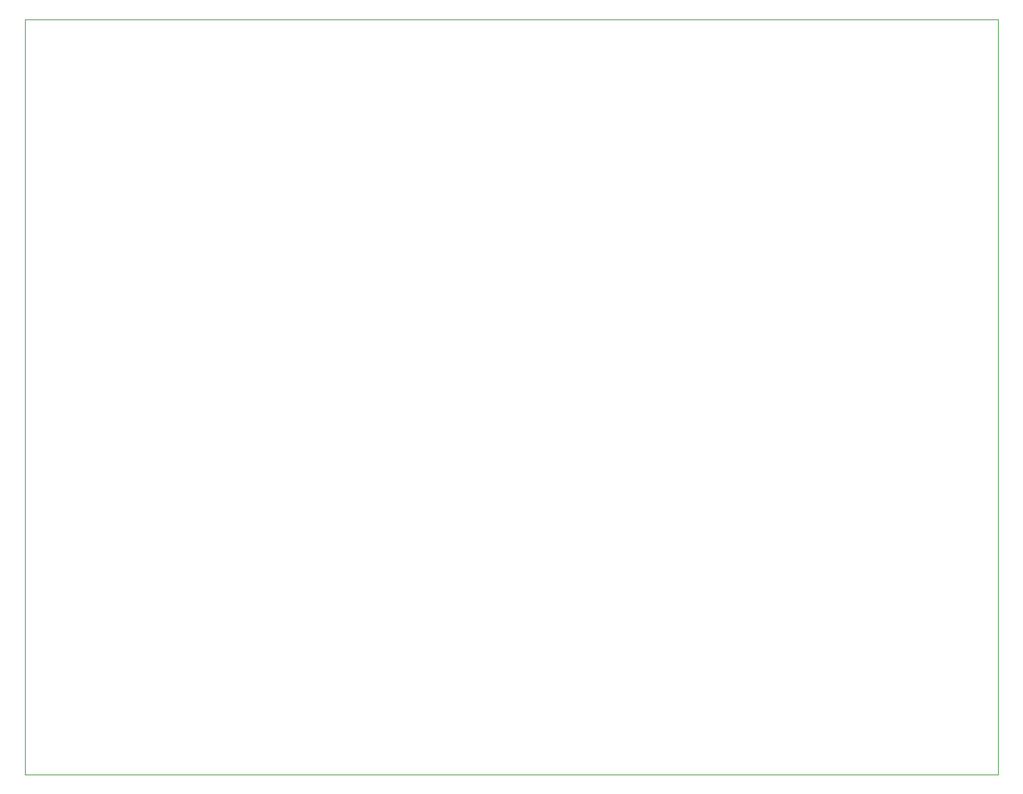
<source format=gbr>
G04 #@! TF.GenerationSoftware,KiCad,Pcbnew,(5.1.9-0-10_14)*
G04 #@! TF.CreationDate,2021-04-16T18:11:00+02:00*
G04 #@! TF.ProjectId,pre-amp-ecc88,7072652d-616d-4702-9d65-636338382e6b,rev?*
G04 #@! TF.SameCoordinates,Original*
G04 #@! TF.FileFunction,Profile,NP*
%FSLAX46Y46*%
G04 Gerber Fmt 4.6, Leading zero omitted, Abs format (unit mm)*
G04 Created by KiCad (PCBNEW (5.1.9-0-10_14)) date 2021-04-16 18:11:00*
%MOMM*%
%LPD*%
G01*
G04 APERTURE LIST*
G04 #@! TA.AperFunction,Profile*
%ADD10C,0.100000*%
G04 #@! TD*
G04 APERTURE END LIST*
D10*
X157480000Y-71120000D02*
X157480000Y-163195000D01*
X38735000Y-71120000D02*
X157480000Y-71120000D01*
X38735000Y-163195000D02*
X38735000Y-71120000D01*
X157480000Y-163195000D02*
X38735000Y-163195000D01*
M02*

</source>
